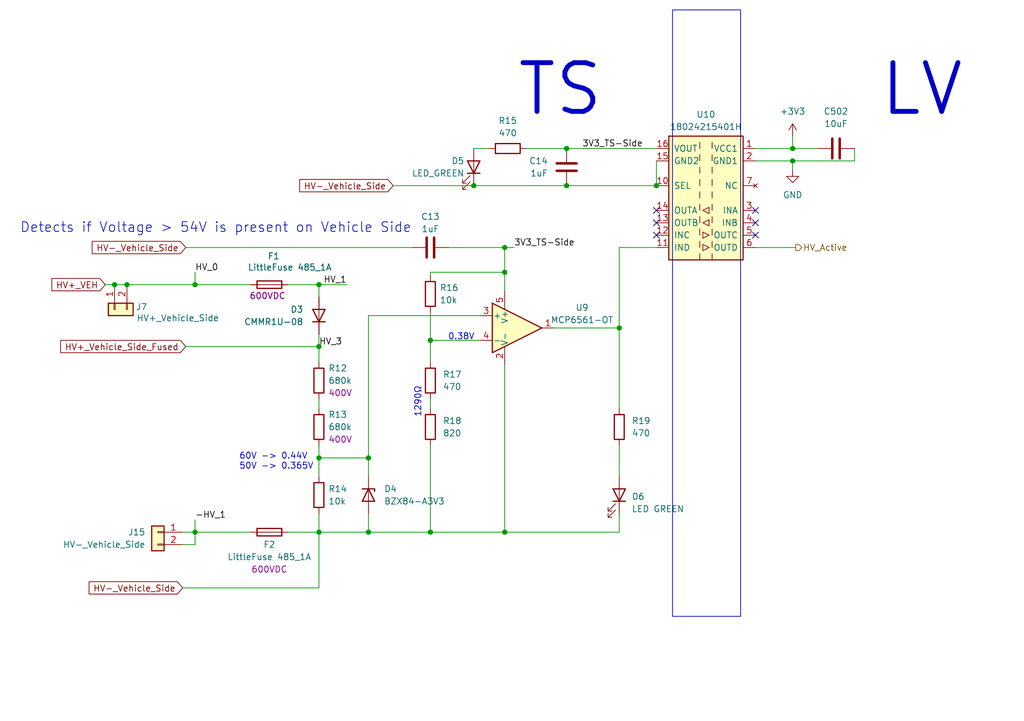
<source format=kicad_sch>
(kicad_sch (version 20250114) (generator "eeschema") (generator_version "9.0")
  (paper "A5")
  (title_block (title "TSAL HV Detection") (date "2025-03-09") (rev "V1") (comment 1 "Lene Marquardt"))
  (lib_symbols
    (symbol "18024215401H:18024215401H" (pin_names (offset 1.016))
      (property "Reference" "U" (at 0 15.875 0))
      (property "Value" "18024215401H" (at 0 13.97 0))
      (symbol "18024215401H_0_1"
        (rectangle (start -7.62 12.7) (end 7.62 -12.7) (stroke (width 0.254)) (fill (type background)))
        (polyline (pts (xy -1.27 11.43) (xy -1.27 10.16)))
        (polyline (pts (xy -1.27 8.89) (xy -1.27 7.62)))
        (polyline (pts (xy -1.27 6.35) (xy -1.27 5.08)))
        (polyline (pts (xy -1.27 3.81) (xy -1.27 2.54)))
        (polyline (pts (xy -1.27 1.27) (xy -1.27 0)))
        (polyline (pts (xy -1.27 -1.27) (xy -1.27 -2.54)))
        (polyline (pts (xy -1.27 -3.81) (xy -1.27 -5.08)))
        (polyline (pts (xy -1.27 -6.35) (xy -1.27 -7.62)))
        (polyline (pts (xy -1.27 -8.89) (xy -1.27 -10.16)))
        (polyline (pts (xy -1.27 -11.43) (xy -1.27 -12.7)))
        (polyline (pts (xy -0.635 -1.905) (xy -0.635 -3.175) (xy 0.635 -2.54) (xy -0.635 -1.905)))
        (polyline (pts (xy -0.635 -4.445) (xy -0.635 -5.715) (xy 0.635 -5.08) (xy -0.635 -4.445)))
        (polyline (pts (xy -0.635 -7.62) (xy 0.635 -6.985) (xy 0.635 -8.255) (xy -0.635 -7.62)))
        (polyline (pts (xy -0.635 -10.16) (xy 0.635 -9.525) (xy 0.635 -10.795) (xy -0.635 -10.16)))
        (polyline (pts (xy 1.27 11.43) (xy 1.27 10.16)))
        (polyline (pts (xy 1.27 8.89) (xy 1.27 7.62)))
        (polyline (pts (xy 1.27 6.35) (xy 1.27 5.08)))
        (polyline (pts (xy 1.27 3.81) (xy 1.27 2.54)))
        (polyline (pts (xy 1.27 1.27) (xy 1.27 0)))
        (polyline (pts (xy 1.27 -1.27) (xy 1.27 -2.54)))
        (polyline (pts (xy 1.27 -3.81) (xy 1.27 -5.08)))
        (polyline (pts (xy 1.27 -6.35) (xy 1.27 -7.62)))
        (polyline (pts (xy 1.27 -8.89) (xy 1.27 -10.16)))
        (polyline (pts (xy 1.27 -11.43) (xy 1.27 -12.7)))
      )
      (symbol "18024215401H_1_1"
        (pin power_in line (at -10.16 10.16 0) (length 2.54) (name "VCC1") (number "1"))
        (pin power_in line (at -10.16 7.62 0) (length 2.54) (name "GND1") (number "2"))
        (pin power_in line (at -10.16 7.62 0) (length 2.54) (hide yes) (name "GND1") (number "8"))
        (pin no_connect line (at -10.16 2.54 0) (length 2.54) (name "NC") (number "7"))
        (pin input line (at -10.16 -2.54 0) (length 2.54) (name "INA") (number "3"))
        (pin input line (at -10.16 -5.08 0) (length 2.54) (name "INB") (number "4"))
        (pin output line (at -10.16 -7.62 0) (length 2.54) (name "OUTC") (number "5"))
        (pin output line (at -10.16 -10.16 0) (length 2.54) (name "OUTD") (number "6"))
        (pin power_out line (at 10.16 10.16 180) (length 2.54) (name "VOUT") (number "16"))
        (pin power_out line (at 10.16 7.62 180) (length 2.54) (name "GND2") (number "15"))
        (pin power_out line (at 10.16 7.62 180) (length 2.54) (hide yes) (name "GND2") (number "9"))
        (pin input line (at 10.16 2.54 180) (length 2.54) (name "SEL") (number "10"))
        (pin output line (at 10.16 -2.54 180) (length 2.54) (name "OUTA") (number "14"))
        (pin output line (at 10.16 -5.08 180) (length 2.54) (name "OUTB") (number "13"))
        (pin input line (at 10.16 -7.62 180) (length 2.54) (name "INC") (number "12"))
        (pin input line (at 10.16 -10.16 180) (length 2.54) (name "IND") (number "11"))
      )
    )
    (symbol "Comparator:MCP6561-OT" (pin_names (offset 0.127))
      (property "Reference" "U" (at -1.27 6.35 0))
      (property "Value" "MCP6561-OT" (at -1.27 3.81 0))
      (symbol "MCP6561-OT_0_1"
        (polyline (pts (xy -5.08 5.08) (xy 5.08 0) (xy -5.08 -5.08) (xy -5.08 5.08)) (stroke (width 0.254)) (fill (type background)))
        (pin power_in line (at -2.54 7.62 270) (length 3.81) (name "V+") (number "5"))
        (pin power_in line (at -2.54 -7.62 90) (length 3.81) (name "V-") (number "2"))
      )
      (symbol "MCP6561-OT_1_1"
        (pin input line (at -7.62 2.54 0) (length 2.54) (name "+") (number "3"))
        (pin input line (at -7.62 -2.54 0) (length 2.54) (name "-") (number "4"))
        (pin output line (at 7.62 0 180) (length 2.54) (name "~") (number "1"))
      )
    )
    (symbol "Connector_Generic:Conn_01x02" (pin_names (offset 1.016) (hide yes))
      (property "Reference" "J" (at 0 2.54 0))
      (property "Value" "Conn_01x02" (at 0 -5.08 0))
      (symbol "Conn_01x02_1_1"
        (rectangle (start -1.27 1.27) (end 1.27 -3.81) (stroke (width 0.254)) (fill (type background)))
        (rectangle (start -1.27 0.127) (end 0 -0.127) (stroke (width 0.1524)))
        (rectangle (start -1.27 -2.413) (end 0 -2.667) (stroke (width 0.1524)))
        (pin passive line (at -5.08 0 0) (length 3.81) (name "Pin_1") (number "1"))
        (pin passive line (at -5.08 -2.54 0) (length 3.81) (name "Pin_2") (number "2"))
      )
    )
    (symbol "Device:C" (pin_numbers (hide yes)) (pin_names (offset 0.254))
      (property "Reference" "C" (at 0.635 2.54 0))
      (property "Value" "C" (at 0.635 -2.54 0))
      (symbol "C_0_1"
        (polyline (pts (xy -2.032 0.762) (xy 2.032 0.762)) (stroke (width 0.508)))
        (polyline (pts (xy -2.032 -0.762) (xy 2.032 -0.762)) (stroke (width 0.508)))
      )
      (symbol "C_1_1"
        (pin passive line (at 0 3.81 270) (length 2.794) (name "~") (number "1"))
        (pin passive line (at 0 -3.81 90) (length 2.794) (name "~") (number "2"))
      )
    )
    (symbol "Device:LED" (pin_numbers (hide yes)) (pin_names (offset 1.016) (hide yes))
      (property "Reference" "D" (at 0 2.54 0))
      (property "Value" "LED" (at 0 -2.54 0))
      (symbol "LED_0_1"
        (polyline (pts (xy -3.048 -0.762) (xy -4.572 -2.286) (xy -3.81 -2.286) (xy -4.572 -2.286) (xy -4.572 -1.524)))
        (polyline (pts (xy -1.778 -0.762) (xy -3.302 -2.286) (xy -2.54 -2.286) (xy -3.302 -2.286) (xy -3.302 -1.524)))
        (polyline (pts (xy -1.27 0) (xy 1.27 0)))
        (polyline (pts (xy -1.27 -1.27) (xy -1.27 1.27)) (stroke (width 0.254)))
        (polyline (pts (xy 1.27 -1.27) (xy 1.27 1.27) (xy -1.27 0) (xy 1.27 -1.27)) (stroke (width 0.254)))
      )
      (symbol "LED_1_1"
        (pin passive line (at -3.81 0 0) (length 2.54) (name "K") (number "1"))
        (pin passive line (at 3.81 0 180) (length 2.54) (name "A") (number "2"))
      )
    )
    (symbol "Device:R" (pin_numbers (hide yes)) (pin_names (offset 0))
      (property "Reference" "R" (at 2.032 0 90))
      (property "Value" "R" (at 0 0 90))
      (symbol "R_0_1"
        (rectangle (start -1.016 -2.54) (end 1.016 2.54) (stroke (width 0.254)))
      )
      (symbol "R_1_1"
        (pin passive line (at 0 3.81 270) (length 1.27) (name "~") (number "1"))
        (pin passive line (at 0 -3.81 90) (length 1.27) (name "~") (number "2"))
      )
    )
    (symbol "FaSTTUBe_Fuses:485_1A" (pin_numbers (hide yes)) (pin_names (offset 0))
      (property "Reference" "F" (at 2.032 0 90))
      (property "Value" "485_1A" (at -5.08 0 90))
      (property "Voltage" "600VDC" (at -2.54 0 90))
      (symbol "485_1A_0_1"
        (rectangle (start -0.762 -2.54) (end 0.762 2.54) (stroke (width 0.254)))
        (polyline (pts (xy 0 2.54) (xy 0 -2.54)))
      )
      (symbol "485_1A_1_1"
        (pin passive line (at 0 3.81 270) (length 1.27) (name "~") (number "1"))
        (pin passive line (at 0 -3.81 90) (length 1.27) (name "~") (number "2"))
      )
    )
    (symbol "HV_Indicator:CMMR1U-08" (pin_numbers (hide yes)) (pin_names (offset 1.016) (hide yes))
      (property "Reference" "D" (at 0 2.54 0))
      (property "Value" "CMMR1U-08" (at 0 -2.54 0))
      (symbol "CMMR1U-08_0_1"
        (polyline (pts (xy -1.27 1.27) (xy -1.27 -1.27)) (stroke (width 0.254)))
        (polyline (pts (xy 1.27 1.27) (xy 1.27 -1.27) (xy -1.27 0) (xy 1.27 1.27)) (stroke (width 0.254)))
        (polyline (pts (xy 1.27 0) (xy -1.27 0)))
      )
      (symbol "CMMR1U-08_1_1"
        (pin passive line (at -3.81 0 0) (length 2.54) (name "K") (number "1"))
        (pin passive line (at 3.81 0 180) (length 2.54) (name "A") (number "2"))
      )
    )
    (symbol "Master:BZX84-A5V1" (pin_numbers (hide yes)) (pin_names (offset 1.016) (hide yes))
      (property "Reference" "D" (at 0 2.54 0))
      (property "Value" "BZX84-A5V1" (at 0 -2.54 0))
      (symbol "BZX84-A5V1_0_1"
        (polyline (pts (xy -1.27 -1.27) (xy -1.27 1.27) (xy -0.762 1.27)) (stroke (width 0.254)))
        (polyline (pts (xy 1.27 0) (xy -1.27 0)))
        (polyline (pts (xy 1.27 -1.27) (xy 1.27 1.27) (xy -1.27 0) (xy 1.27 -1.27)) (stroke (width 0.254)))
      )
      (symbol "BZX84-A5V1_1_1"
        (pin passive line (at -3.81 0 0) (length 2.54) (name "K") (number "3"))
        (pin passive line (at 3.81 0 180) (length 2.54) (name "A") (number "1"))
      )
    )
    (symbol "power:+3V3" (power) (pin_numbers (hide yes)) (pin_names (offset 0) (hide yes))
      (property "Value" "+3V3" (at 0 3.556 0))
      (symbol "+3V3_0_1"
        (polyline (pts (xy -0.762 1.27) (xy 0 2.54)))
        (polyline (pts (xy 0 2.54) (xy 0.762 1.27)))
        (polyline (pts (xy 0 0) (xy 0 2.54)))
      )
      (symbol "+3V3_1_1"
        (pin power_in line (at 0 0 90) (length 0) (name "~") (number "1"))
      )
    )
    (symbol "power:GND" (power) (pin_numbers (hide yes)) (pin_names (offset 0) (hide yes))
      (property "Value" "GND" (at 0 -3.81 0))
      (symbol "GND_0_1"
        (polyline (pts (xy 0 0) (xy 0 -1.27) (xy 1.27 -1.27) (xy 0 -2.54) (xy -1.27 -1.27) (xy 0 -1.27)))
      )
      (symbol "GND_1_1"
        (pin power_in line (at 0 0 270) (length 0) (name "~") (number "1"))
      )
    )
  )
  (rectangle (start 137.922 2.032) (end 151.892 126.492))
  (text "0.38V" (at 94.615 69.215 0) (effects (font (size 1.27 1.27))))
  (text "Detects if Voltage > 54V is present on Vehicle Side" (at 4.064 48.006 0) (effects (font (size 2 2)) (justify left bottom)))
  (text "TS" (at 105.664 24.384 0) (effects (font (size 10 10) (thickness 1) (bold yes)) (justify left bottom)))
  (text "LV" (at 180.086 24.384 0) (effects (font (size 10 10) (thickness 1) (bold yes)) (justify left bottom)))
  (text "1290 Ω" (at 85.725 82.55 90) (effects (font (size 1.27 1.27))))
  (text "60V -> 0.44V\n50V -> 0.365V" (at 49.022 94.742 0) (effects (font (size 1.27 1.27)) (justify left)))
  (junction (at 97.155 38.1))
  (junction (at 127 67.31))
  (junction (at 134.62 38.1))
  (junction (at 40.005 109.22))
  (junction (at 65.405 58.42))
  (junction (at 65.405 93.98))
  (junction (at 75.565 109.22))
  (junction (at 116.205 38.1))
  (junction (at 162.56 33.02))
  (junction (at 88.265 69.85))
  (junction (at 75.565 93.98))
  (junction (at 116.205 30.48))
  (junction (at 26.035 58.42))
  (junction (at 103.505 50.8))
  (junction (at 65.405 109.22))
  (junction (at 23.495 58.42))
  (junction (at 103.505 55.88))
  (junction (at 40.005 58.42))
  (junction (at 65.405 71.12))
  (junction (at 103.505 109.22))
  (junction (at 162.56 30.48))
  (junction (at 88.265 109.22))
  (no_connect (at 154.94 48.26))
  (no_connect (at 154.94 43.18))
  (no_connect (at 134.62 48.26))
  (no_connect (at 154.94 45.72))
  (no_connect (at 134.62 43.18))
  (no_connect (at 134.62 45.72))
  (wire (pts (xy 40.005 109.22) (xy 37.465 109.22)))
  (wire (pts (xy 154.94 50.8) (xy 163.195 50.8)))
  (wire (pts (xy 65.405 93.98) (xy 65.405 97.79)))
  (wire (pts (xy 175.26 30.48) (xy 175.26 33.02)))
  (wire (pts (xy 113.665 67.31) (xy 127 67.31)))
  (wire (pts (xy 92.075 50.8) (xy 103.505 50.8)))
  (wire (pts (xy 127 50.8) (xy 127 67.31)))
  (wire (pts (xy 21.59 58.42) (xy 23.495 58.42)))
  (wire (pts (xy 162.56 27.94) (xy 162.56 30.48)))
  (wire (pts (xy 88.265 91.44) (xy 88.265 109.22)))
  (wire (pts (xy 40.005 55.88) (xy 40.005 58.42)))
  (wire (pts (xy 127 97.79) (xy 127 91.44)))
  (wire (pts (xy 75.565 93.98) (xy 75.565 97.79)))
  (wire (pts (xy 88.265 55.88) (xy 103.505 55.88)))
  (wire (pts (xy 71.12 58.42) (xy 65.405 58.42)))
  (wire (pts (xy 65.405 109.22) (xy 65.405 105.41)))
  (wire (pts (xy 88.265 109.22) (xy 75.565 109.22)))
  (wire (pts (xy 103.505 50.8) (xy 105.41 50.8)))
  (wire (pts (xy 127 67.31) (xy 127 83.82)))
  (wire (pts (xy 127 109.22) (xy 103.505 109.22)))
  (wire (pts (xy 154.94 30.48) (xy 162.56 30.48)))
  (wire (pts (xy 37.465 120.65) (xy 65.405 120.65)))
  (wire (pts (xy 97.155 38.1) (xy 116.205 38.1)))
  (wire (pts (xy 88.265 69.85) (xy 88.265 74.295)))
  (wire (pts (xy 103.505 74.93) (xy 103.505 109.22)))
  (wire (pts (xy 88.265 56.515) (xy 88.265 55.88)))
  (wire (pts (xy 127 105.41) (xy 127 109.22)))
  (wire (pts (xy 84.455 50.8) (xy 38.1 50.8)))
  (wire (pts (xy 97.155 30.48) (xy 100.33 30.48)))
  (wire (pts (xy 75.565 105.41) (xy 75.565 109.22)))
  (wire (pts (xy 127 50.8) (xy 134.62 50.8)))
  (wire (pts (xy 103.505 50.8) (xy 103.505 55.88)))
  (wire (pts (xy 80.645 38.1) (xy 97.155 38.1)))
  (wire (pts (xy 116.205 38.1) (xy 134.62 38.1)))
  (wire (pts (xy 75.565 109.22) (xy 65.405 109.22)))
  (wire (pts (xy 103.505 109.22) (xy 88.265 109.22)))
  (wire (pts (xy 162.56 30.48) (xy 167.64 30.48)))
  (wire (pts (xy 65.405 81.915) (xy 65.405 83.82)))
  (wire (pts (xy 65.405 58.42) (xy 59.055 58.42)))
  (wire (pts (xy 162.56 34.925) (xy 162.56 33.02)))
  (wire (pts (xy 65.405 71.12) (xy 65.405 74.295)))
  (wire (pts (xy 26.035 58.42) (xy 40.005 58.42)))
  (wire (pts (xy 154.94 33.02) (xy 162.56 33.02)))
  (wire (pts (xy 88.265 69.85) (xy 98.425 69.85)))
  (wire (pts (xy 103.505 55.88) (xy 103.505 59.69)))
  (wire (pts (xy 116.205 30.48) (xy 134.62 30.48)))
  (wire (pts (xy 75.565 64.77) (xy 75.565 93.98)))
  (wire (pts (xy 88.265 64.135) (xy 88.265 69.85)))
  (wire (pts (xy 98.425 64.77) (xy 75.565 64.77)))
  (wire (pts (xy 38.1 71.12) (xy 65.405 71.12)))
  (wire (pts (xy 65.405 68.58) (xy 65.405 71.12)))
  (wire (pts (xy 65.405 120.65) (xy 65.405 109.22)))
  (wire (pts (xy 134.62 33.02) (xy 134.62 38.1)))
  (wire (pts (xy 107.95 30.48) (xy 116.205 30.48)))
  (wire (pts (xy 37.465 111.76) (xy 40.005 111.76)))
  (wire (pts (xy 40.005 109.22) (xy 51.435 109.22)))
  (wire (pts (xy 40.005 109.22) (xy 40.005 111.76)))
  (wire (pts (xy 40.005 58.42) (xy 51.435 58.42)))
  (wire (pts (xy 88.265 81.915) (xy 88.265 83.82)))
  (wire (pts (xy 175.26 33.02) (xy 162.56 33.02)))
  (wire (pts (xy 65.405 91.44) (xy 65.405 93.98)))
  (wire (pts (xy 59.055 109.22) (xy 65.405 109.22)))
  (wire (pts (xy 23.495 58.42) (xy 26.035 58.42)))
  (wire (pts (xy 75.565 93.98) (xy 65.405 93.98)))
  (wire (pts (xy 65.405 58.42) (xy 65.405 60.96)))
  (wire (pts (xy 40.005 106.68) (xy 40.005 109.22)))
  (label "HV_3" (at 65.405 71.12 0) (property "Netclass" "HV-Leitung" (effects (hide yes))))
  (label "3V3_TS-Side" (at 119.38 30.48 0))
  (label "HV_0" (at 40.005 55.88 0) (property "Netclass" "HV-Leitung" (effects (hide yes))))
  (label "3V3_TS-Side" (at 105.41 50.8 0))
  (label "-HV_1" (at 40.005 106.68 0) (property "Netclass" "HV-Leitung" (effects (hide yes))))
  (label "HV_1" (at 71.12 58.42 180) (property "Netclass" "HV-Leitung" (effects (hide yes))))
  (global_label "HV-_Vehicle_Side" (shape input) (at 38.1 50.8 180) (property "Intersheetrefs" "${INTERSHEET_REFS}" (effects (hide yes))))
  (global_label "HV+_Vehicle_Side_Fused" (shape input) (at 38.1 71.12 180) (property "Intersheetrefs" "${INTERSHEET_REFS}" (effects (hide yes))))
  (global_label "HV-_Vehicle_Side" (shape input) (at 37.465 120.65 180) (property "Intersheetrefs" "${INTERSHEET_REFS}" (effects (hide yes))))
  (global_label "HV-_Vehicle_Side" (shape input) (at 80.645 38.1 180) (property "Intersheetrefs" "${INTERSHEET_REFS}" (effects (hide yes))))
  (global_label "HV+_VEH" (shape input) (at 21.59 58.42 180) (property "Intersheetrefs" "${INTERSHEET_REFS}" (effects (hide yes))))
  (hierarchical_label "HV_Active" (shape output) (at 163.195 50.8 0))
  (symbol (lib_id "Master:BZX84-A5V1") (at 75.565 101.6 270) (unit 1)
    (property "Reference" "D4" (at 78.74 100.3299 90) (effects (justify left)))
    (property "Value" "BZX84-A3V3" (at 78.74 102.8699 90) (effects (justify left)))
    (property "Footprint" "Package_TO_SOT_SMD:SOT-23-3" (effects (hide yes)))
    (property "Datasheet" "https://assets.nexperia.com/documents/data-sheet/BZX84_SER.pdf" (effects (hide yes)))
    (property "Description" "Zener diode 5.1V SOT-23" (effects (hide yes)))
  )
  (symbol (lib_id "Device:C") (at 88.265 50.8 90) (mirror x) (unit 1)
    (property "Reference" "C13" (at 88.265 44.45 90))
    (property "Value" "1uF" (at 88.265 46.99 90))
    (property "Footprint" "Capacitor_SMD:C_0603_1608Metric" (effects (hide yes)))
    (property "Description" "Unpolarized capacitor" (effects (hide yes)))
  )
  (symbol (lib_id "Device:R") (at 65.405 101.6 0) (mirror y) (unit 1)
    (property "Reference" "R14" (at 67.31 100.3299 0) (effects (justify right)))
    (property "Value" "10k" (at 67.31 102.8699 0) (effects (justify right)))
    (property "Footprint" "Resistor_SMD:R_0603_1608Metric" (effects (hide yes)))
    (property "Description" "Resistor" (effects (hide yes)))
  )
  (symbol (lib_id "power:+3V3") (at 162.56 27.94 0) (unit 1)
    (property "Reference" "#PWR026" (effects (hide yes)))
    (property "Value" "+3V3" (at 162.56 22.86 0))
    (property "Description" "Power symbol creates a global label with name \"+3V3\"" (effects (hide yes)))
  )
  (symbol (lib_id "Comparator:MCP6561-OT") (at 106.045 67.31 0) (unit 1)
    (property "Reference" "U9" (at 119.38 63.119 0))
    (property "Value" "MCP6561-OT" (at 119.38 65.659 0))
    (property "Footprint" "Package_TO_SOT_SMD:SOT-23-5" (effects (hide yes)))
    (property "Datasheet" "http://ww1.microchip.com/downloads/en/DeviceDoc/MCP6561-1R-1U-2-4-1.8V-Low-Power-Push-Pull-Output-Comparator-DS20002139E.pdf" (effects (hide yes)))
    (property "Description" "Single 1.8V Low-Power Push-Pull Output Comparator, SOT-23-5" (effects (hide yes)))
  )
  (symbol (lib_id "Device:R") (at 65.405 78.105 0) (unit 1)
    (property "Reference" "R12" (at 67.31 75.5649 0) (effects (justify left)))
    (property "Value" "680k" (at 67.31 78.1049 0) (effects (justify left)))
    (property "Footprint" "Resistor_SMD:R_2010_5025Metric" (effects (hide yes)))
    (property "Description" "Resistor" (effects (hide yes)))
    (property "Voltage" "400V" (at 67.31 80.6449 0) (effects (justify left)))
  )
  (symbol (lib_id "FaSTTUBe_Fuses:485_1A") (at 55.245 58.42 270) (mirror x) (unit 1)
    (property "Reference" "F1" (at 56.134 52.578 90))
    (property "Value" "LittleFuse 485_1A" (at 59.436 54.864 90))
    (property "Footprint" "FaSTTUBe_Fuses:Littelfuse_485" (effects (hide yes)))
    (property "Datasheet" "https://www.mouser.de/datasheet/2/643/ds_CP_0ACJ_series-3045709.pdf" (effects (hide yes)))
    (property "Voltage" "600VDC" (at 54.864 60.706 90))
  )
  (symbol (lib_id "Device:C") (at 116.205 34.29 0) (mirror y) (unit 1)
    (property "Reference" "C14" (at 112.395 33.0199 0) (effects (justify left)))
    (property "Value" "1uF" (at 112.395 35.5599 0) (effects (justify left)))
    (property "Footprint" "Capacitor_SMD:C_0805_2012Metric" (effects (hide yes)))
    (property "Description" "Unpolarized capacitor" (effects (hide yes)))
  )
  (symbol (lib_id "Device:C") (at 171.45 30.48 90) (mirror x) (unit 1)
    (property "Reference" "C502" (at 171.45 22.86 90))
    (property "Value" "10uF" (at 171.45 25.4 90))
    (property "Footprint" "Capacitor_SMD:C_1206_3216Metric" (effects (hide yes)))
    (property "Description" "Unpolarized capacitor" (effects (hide yes)))
  )
  (symbol (lib_id "Device:R") (at 88.265 87.63 0) (mirror y) (unit 1)
    (property "Reference" "R18" (at 90.805 86.36 0) (effects (justify right)))
    (property "Value" "820" (at 90.805 88.9 0) (effects (justify right)))
    (property "Footprint" "Resistor_SMD:R_0603_1608Metric" (effects (hide yes)))
    (property "Description" "Resistor" (effects (hide yes)))
  )
  (symbol (lib_id "power:GND") (at 162.56 34.925 0) (mirror y) (unit 1)
    (property "Reference" "#PWR027" (effects (hide yes)))
    (property "Value" "GND" (at 162.56 40.005 0))
    (property "Description" "Power symbol creates a global label with name \"GND\" , ground" (effects (hide yes)))
  )
  (symbol (lib_id "18024215401H:18024215401H") (at 144.78 40.64 0) (mirror y) (unit 1)
    (property "Reference" "U10" (at 144.78 23.495 0))
    (property "Value" "18024215401H" (at 144.78 26.035 0))
    (property "Footprint" "Package_SO:SOIC-16W_7.5x10.3mm_P1.27mm" (effects (hide yes)))
    (property "Datasheet" "https://www.we-online.com/components/products/datasheet/18024215401L.pdf" (effects (hide yes)))
    (property "Description" "Low Power Quad-Channel 2/2 Digital Isolator, 25Mbps 31ns, Fail-Safe Low, SO16" (effects (hide yes)))
  )
  (symbol (lib_id "Device:LED") (at 127 101.6 270) (mirror x) (unit 1)
    (property "Reference" "D6" (at 129.54 101.9174 90) (effects (justify left)))
    (property "Value" "LED GREEN" (at 129.54 104.4574 90) (effects (justify left)))
    (property "Footprint" "LED_SMD:LED_0603_1608Metric" (effects (hide yes)))
    (property "Description" "HV Active" (effects (hide yes)))
  )
  (symbol (lib_id "Device:LED") (at 97.155 34.29 270) (mirror x) (unit 1)
    (property "Reference" "D5" (at 95.25 33.02 90) (effects (justify right)))
    (property "Value" "LED_GREEN" (at 95.25 35.56 90) (effects (justify right)))
    (property "Footprint" "LED_SMD:LED_0603_1608Metric" (effects (hide yes)))
    (property "Description" "3v3 on" (effects (hide yes)))
  )
  (symbol (lib_id "Device:R") (at 104.14 30.48 90) (mirror x) (unit 1)
    (property "Reference" "R15" (at 104.14 24.765 90))
    (property "Value" "470" (at 104.14 27.305 90))
    (property "Footprint" "Resistor_SMD:R_0603_1608Metric" (effects (hide yes)))
    (property "Description" "Resistor" (effects (hide yes)))
  )
  (symbol (lib_id "Device:R") (at 127 87.63 0) (mirror y) (unit 1)
    (property "Reference" "R19" (at 129.54 86.3599 0) (effects (justify right)))
    (property "Value" "470" (at 129.54 88.8999 0) (effects (justify right)))
    (property "Footprint" "Resistor_SMD:R_0603_1608Metric" (effects (hide yes)))
    (property "Description" "Resistor" (effects (hide yes)))
  )
  (symbol (lib_id "HV_Indicator:CMMR1U-08") (at 65.405 64.77 90) (unit 1)
    (property "Reference" "D3" (at 62.23 63.4999 90) (effects (justify left)))
    (property "Value" "CMMR1U-08" (at 62.23 66.0399 90) (effects (justify left)))
    (property "Footprint" "Diode_SMD:D_SOD-123F" (effects (hide yes)))
    (property "Datasheet" "https://www.mouser.de/datasheet/2/68/CSEMS02975_1-2539073.pdf" (effects (hide yes)))
    (property "Description" "Diode, Vr=800V, I=1.0A" (effects (hide yes)))
  )
  (symbol (lib_id "Device:R") (at 65.405 87.63 0) (unit 1)
    (property "Reference" "R13" (at 67.31 85.0899 0) (effects (justify left)))
    (property "Value" "680k" (at 67.31 87.6299 0) (effects (justify left)))
    (property "Footprint" "Resistor_SMD:R_2010_5025Metric" (effects (hide yes)))
    (property "Description" "Resistor" (effects (hide yes)))
    (property "Voltage" "400V" (at 67.31 90.1699 0) (effects (justify left)))
  )
  (symbol (lib_id "Device:R") (at 88.265 60.325 0) (mirror y) (unit 1)
    (property "Reference" "R16" (at 90.17 59.055 0) (effects (justify right)))
    (property "Value" "10k" (at 90.17 61.595 0) (effects (justify right)))
    (property "Footprint" "Resistor_SMD:R_0603_1608Metric" (effects (hide yes)))
    (property "Description" "Resistor" (effects (hide yes)))
  )
  (symbol (lib_id "FaSTTUBe_Fuses:485_1A") (at 55.245 109.22 270) (mirror x) (unit 1)
    (property "Reference" "F2" (at 55.245 111.76 90))
    (property "Value" "LittleFuse 485_1A" (at 55.245 114.3 90))
    (property "Footprint" "FaSTTUBe_Fuses:Littelfuse_485" (effects (hide yes)))
    (property "Datasheet" "https://www.mouser.de/datasheet/2/643/ds_CP_0ACJ_series-3045709.pdf" (effects (hide yes)))
    (property "Voltage" "600VDC" (at 55.245 116.84 90))
  )
  (symbol (lib_id "Connector_Generic:Conn_01x02") (at 23.495 63.5 90) (mirror x) (unit 1)
    (property "Reference" "J7" (at 30.226 62.992 90) (effects (justify left)))
    (property "Value" "HV+_Vehicle_Side" (at 44.958 65.278 90) (effects (justify left)))
    (property "Footprint" "FaSTTUBe_connectors:Micro_Mate-N-Lok_2p_vertical" (effects (hide yes)))
    (property "Description" "Generic connector, single row, 01x02, script generated (kicad-library-utils/schlib/autogen/connector/)" (effects (hide yes)))
    (property "Silkscreen" "HV-" (effects (hide yes)))
  )
  (symbol (lib_id "Device:R") (at 88.265 78.105 0) (mirror y) (unit 1)
    (property "Reference" "R17" (at 90.805 76.835 0) (effects (justify right)))
    (property "Value" "470" (at 90.805 79.375 0) (effects (justify right)))
    (property "Footprint" "Resistor_SMD:R_0603_1608Metric" (effects (hide yes)))
    (property "Description" "Resistor" (effects (hide yes)))
  )
  (symbol (lib_id "Connector_Generic:Conn_01x02") (at 32.385 109.22 0) (mirror y) (unit 1)
    (property "Reference" "J15" (at 29.845 109.2199 0) (effects (justify left)))
    (property "Value" "HV-_Vehicle_Side" (at 29.845 111.7599 0) (effects (justify left)))
    (property "Footprint" "FaSTTUBe_connectors:Micro_Mate-N-Lok_2p_vertical" (effects (hide yes)))
    (property "Description" "Generic connector, single row, 01x02, script generated (kicad-library-utils/schlib/autogen/connector/)" (effects (hide yes)))
    (property "Silkscreen" "HV-" (effects (hide yes)))
  )
)
</source>
